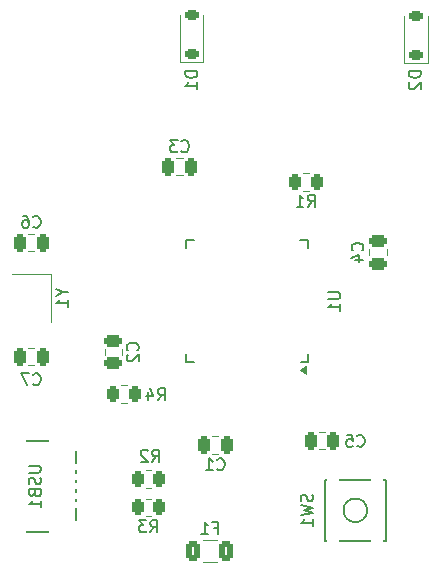
<source format=gbo>
G04 #@! TF.GenerationSoftware,KiCad,Pcbnew,8.0.2*
G04 #@! TF.CreationDate,2024-12-03T17:22:36-08:00*
G04 #@! TF.ProjectId,keypad-pcb,6b657970-6164-42d7-9063-622e6b696361,rev?*
G04 #@! TF.SameCoordinates,Original*
G04 #@! TF.FileFunction,Legend,Bot*
G04 #@! TF.FilePolarity,Positive*
%FSLAX46Y46*%
G04 Gerber Fmt 4.6, Leading zero omitted, Abs format (unit mm)*
G04 Created by KiCad (PCBNEW 8.0.2) date 2024-12-03 17:22:36*
%MOMM*%
%LPD*%
G01*
G04 APERTURE LIST*
G04 Aperture macros list*
%AMRoundRect*
0 Rectangle with rounded corners*
0 $1 Rounding radius*
0 $2 $3 $4 $5 $6 $7 $8 $9 X,Y pos of 4 corners*
0 Add a 4 corners polygon primitive as box body*
4,1,4,$2,$3,$4,$5,$6,$7,$8,$9,$2,$3,0*
0 Add four circle primitives for the rounded corners*
1,1,$1+$1,$2,$3*
1,1,$1+$1,$4,$5*
1,1,$1+$1,$6,$7*
1,1,$1+$1,$8,$9*
0 Add four rect primitives between the rounded corners*
20,1,$1+$1,$2,$3,$4,$5,0*
20,1,$1+$1,$4,$5,$6,$7,0*
20,1,$1+$1,$6,$7,$8,$9,0*
20,1,$1+$1,$8,$9,$2,$3,0*%
%AMHorizOval*
0 Thick line with rounded ends*
0 $1 width*
0 $2 $3 position (X,Y) of the first rounded end (center of the circle)*
0 $4 $5 position (X,Y) of the second rounded end (center of the circle)*
0 Add line between two ends*
20,1,$1,$2,$3,$4,$5,0*
0 Add two circle primitives to create the rounded ends*
1,1,$1,$2,$3*
1,1,$1,$4,$5*%
G04 Aperture macros list end*
%ADD10C,0.150000*%
%ADD11C,0.120000*%
%ADD12C,1.750000*%
%ADD13C,3.987800*%
%ADD14HorizOval,2.250000X0.655001X0.730000X-0.655001X-0.730000X0*%
%ADD15C,2.250000*%
%ADD16HorizOval,2.250000X0.020000X0.290000X-0.020000X-0.290000X0*%
%ADD17RoundRect,0.225000X0.375000X-0.225000X0.375000X0.225000X-0.375000X0.225000X-0.375000X-0.225000X0*%
%ADD18RoundRect,0.250000X-0.475000X0.250000X-0.475000X-0.250000X0.475000X-0.250000X0.475000X0.250000X0*%
%ADD19RoundRect,0.250000X-0.375000X-0.625000X0.375000X-0.625000X0.375000X0.625000X-0.375000X0.625000X0*%
%ADD20RoundRect,0.250000X-0.262500X-0.450000X0.262500X-0.450000X0.262500X0.450000X-0.262500X0.450000X0*%
%ADD21RoundRect,0.250000X0.250000X0.475000X-0.250000X0.475000X-0.250000X-0.475000X0.250000X-0.475000X0*%
%ADD22RoundRect,0.250000X-0.250000X-0.475000X0.250000X-0.475000X0.250000X0.475000X-0.250000X0.475000X0*%
%ADD23RoundRect,0.250000X0.262500X0.450000X-0.262500X0.450000X-0.262500X-0.450000X0.262500X-0.450000X0*%
%ADD24R,0.550000X1.500000*%
%ADD25R,1.500000X0.550000*%
%ADD26R,1.200000X1.400000*%
%ADD27R,2.250000X0.500000*%
%ADD28O,2.700000X1.700000*%
%ADD29R,1.100000X1.800000*%
%ADD30RoundRect,0.250000X0.475000X-0.250000X0.475000X0.250000X-0.475000X0.250000X-0.475000X-0.250000X0*%
G04 APERTURE END LIST*
D10*
X94180819Y-51458905D02*
X93180819Y-51458905D01*
X93180819Y-51458905D02*
X93180819Y-51697000D01*
X93180819Y-51697000D02*
X93228438Y-51839857D01*
X93228438Y-51839857D02*
X93323676Y-51935095D01*
X93323676Y-51935095D02*
X93418914Y-51982714D01*
X93418914Y-51982714D02*
X93609390Y-52030333D01*
X93609390Y-52030333D02*
X93752247Y-52030333D01*
X93752247Y-52030333D02*
X93942723Y-51982714D01*
X93942723Y-51982714D02*
X94037961Y-51935095D01*
X94037961Y-51935095D02*
X94133200Y-51839857D01*
X94133200Y-51839857D02*
X94180819Y-51697000D01*
X94180819Y-51697000D02*
X94180819Y-51458905D01*
X93276057Y-52411286D02*
X93228438Y-52458905D01*
X93228438Y-52458905D02*
X93180819Y-52554143D01*
X93180819Y-52554143D02*
X93180819Y-52792238D01*
X93180819Y-52792238D02*
X93228438Y-52887476D01*
X93228438Y-52887476D02*
X93276057Y-52935095D01*
X93276057Y-52935095D02*
X93371295Y-52982714D01*
X93371295Y-52982714D02*
X93466533Y-52982714D01*
X93466533Y-52982714D02*
X93609390Y-52935095D01*
X93609390Y-52935095D02*
X94180819Y-52363667D01*
X94180819Y-52363667D02*
X94180819Y-52982714D01*
X89230580Y-66635333D02*
X89278200Y-66587714D01*
X89278200Y-66587714D02*
X89325819Y-66444857D01*
X89325819Y-66444857D02*
X89325819Y-66349619D01*
X89325819Y-66349619D02*
X89278200Y-66206762D01*
X89278200Y-66206762D02*
X89182961Y-66111524D01*
X89182961Y-66111524D02*
X89087723Y-66063905D01*
X89087723Y-66063905D02*
X88897247Y-66016286D01*
X88897247Y-66016286D02*
X88754390Y-66016286D01*
X88754390Y-66016286D02*
X88563914Y-66063905D01*
X88563914Y-66063905D02*
X88468676Y-66111524D01*
X88468676Y-66111524D02*
X88373438Y-66206762D01*
X88373438Y-66206762D02*
X88325819Y-66349619D01*
X88325819Y-66349619D02*
X88325819Y-66444857D01*
X88325819Y-66444857D02*
X88373438Y-66587714D01*
X88373438Y-66587714D02*
X88421057Y-66635333D01*
X88659152Y-67492476D02*
X89325819Y-67492476D01*
X88278200Y-67254381D02*
X88992485Y-67016286D01*
X88992485Y-67016286D02*
X88992485Y-67635333D01*
X76660333Y-90101009D02*
X76993666Y-90101009D01*
X76993666Y-90624819D02*
X76993666Y-89624819D01*
X76993666Y-89624819D02*
X76517476Y-89624819D01*
X75612714Y-90624819D02*
X76184142Y-90624819D01*
X75898428Y-90624819D02*
X75898428Y-89624819D01*
X75898428Y-89624819D02*
X75993666Y-89767676D01*
X75993666Y-89767676D02*
X76088904Y-89862914D01*
X76088904Y-89862914D02*
X76184142Y-89910533D01*
X84621666Y-62937819D02*
X84954999Y-62461628D01*
X85193094Y-62937819D02*
X85193094Y-61937819D01*
X85193094Y-61937819D02*
X84812142Y-61937819D01*
X84812142Y-61937819D02*
X84716904Y-61985438D01*
X84716904Y-61985438D02*
X84669285Y-62033057D01*
X84669285Y-62033057D02*
X84621666Y-62128295D01*
X84621666Y-62128295D02*
X84621666Y-62271152D01*
X84621666Y-62271152D02*
X84669285Y-62366390D01*
X84669285Y-62366390D02*
X84716904Y-62414009D01*
X84716904Y-62414009D02*
X84812142Y-62461628D01*
X84812142Y-62461628D02*
X85193094Y-62461628D01*
X83669285Y-62937819D02*
X84240713Y-62937819D01*
X83954999Y-62937819D02*
X83954999Y-61937819D01*
X83954999Y-61937819D02*
X84050237Y-62080676D01*
X84050237Y-62080676D02*
X84145475Y-62175914D01*
X84145475Y-62175914D02*
X84240713Y-62223533D01*
X73926666Y-58218580D02*
X73974285Y-58266200D01*
X73974285Y-58266200D02*
X74117142Y-58313819D01*
X74117142Y-58313819D02*
X74212380Y-58313819D01*
X74212380Y-58313819D02*
X74355237Y-58266200D01*
X74355237Y-58266200D02*
X74450475Y-58170961D01*
X74450475Y-58170961D02*
X74498094Y-58075723D01*
X74498094Y-58075723D02*
X74545713Y-57885247D01*
X74545713Y-57885247D02*
X74545713Y-57742390D01*
X74545713Y-57742390D02*
X74498094Y-57551914D01*
X74498094Y-57551914D02*
X74450475Y-57456676D01*
X74450475Y-57456676D02*
X74355237Y-57361438D01*
X74355237Y-57361438D02*
X74212380Y-57313819D01*
X74212380Y-57313819D02*
X74117142Y-57313819D01*
X74117142Y-57313819D02*
X73974285Y-57361438D01*
X73974285Y-57361438D02*
X73926666Y-57409057D01*
X73593332Y-57313819D02*
X72974285Y-57313819D01*
X72974285Y-57313819D02*
X73307618Y-57694771D01*
X73307618Y-57694771D02*
X73164761Y-57694771D01*
X73164761Y-57694771D02*
X73069523Y-57742390D01*
X73069523Y-57742390D02*
X73021904Y-57790009D01*
X73021904Y-57790009D02*
X72974285Y-57885247D01*
X72974285Y-57885247D02*
X72974285Y-58123342D01*
X72974285Y-58123342D02*
X73021904Y-58218580D01*
X73021904Y-58218580D02*
X73069523Y-58266200D01*
X73069523Y-58266200D02*
X73164761Y-58313819D01*
X73164761Y-58313819D02*
X73450475Y-58313819D01*
X73450475Y-58313819D02*
X73545713Y-58266200D01*
X73545713Y-58266200D02*
X73593332Y-58218580D01*
X71286666Y-90496819D02*
X71619999Y-90020628D01*
X71858094Y-90496819D02*
X71858094Y-89496819D01*
X71858094Y-89496819D02*
X71477142Y-89496819D01*
X71477142Y-89496819D02*
X71381904Y-89544438D01*
X71381904Y-89544438D02*
X71334285Y-89592057D01*
X71334285Y-89592057D02*
X71286666Y-89687295D01*
X71286666Y-89687295D02*
X71286666Y-89830152D01*
X71286666Y-89830152D02*
X71334285Y-89925390D01*
X71334285Y-89925390D02*
X71381904Y-89973009D01*
X71381904Y-89973009D02*
X71477142Y-90020628D01*
X71477142Y-90020628D02*
X71858094Y-90020628D01*
X70953332Y-89496819D02*
X70334285Y-89496819D01*
X70334285Y-89496819D02*
X70667618Y-89877771D01*
X70667618Y-89877771D02*
X70524761Y-89877771D01*
X70524761Y-89877771D02*
X70429523Y-89925390D01*
X70429523Y-89925390D02*
X70381904Y-89973009D01*
X70381904Y-89973009D02*
X70334285Y-90068247D01*
X70334285Y-90068247D02*
X70334285Y-90306342D01*
X70334285Y-90306342D02*
X70381904Y-90401580D01*
X70381904Y-90401580D02*
X70429523Y-90449200D01*
X70429523Y-90449200D02*
X70524761Y-90496819D01*
X70524761Y-90496819D02*
X70810475Y-90496819D01*
X70810475Y-90496819D02*
X70905713Y-90449200D01*
X70905713Y-90449200D02*
X70953332Y-90401580D01*
X61380666Y-64621580D02*
X61428285Y-64669200D01*
X61428285Y-64669200D02*
X61571142Y-64716819D01*
X61571142Y-64716819D02*
X61666380Y-64716819D01*
X61666380Y-64716819D02*
X61809237Y-64669200D01*
X61809237Y-64669200D02*
X61904475Y-64573961D01*
X61904475Y-64573961D02*
X61952094Y-64478723D01*
X61952094Y-64478723D02*
X61999713Y-64288247D01*
X61999713Y-64288247D02*
X61999713Y-64145390D01*
X61999713Y-64145390D02*
X61952094Y-63954914D01*
X61952094Y-63954914D02*
X61904475Y-63859676D01*
X61904475Y-63859676D02*
X61809237Y-63764438D01*
X61809237Y-63764438D02*
X61666380Y-63716819D01*
X61666380Y-63716819D02*
X61571142Y-63716819D01*
X61571142Y-63716819D02*
X61428285Y-63764438D01*
X61428285Y-63764438D02*
X61380666Y-63812057D01*
X60523523Y-63716819D02*
X60713999Y-63716819D01*
X60713999Y-63716819D02*
X60809237Y-63764438D01*
X60809237Y-63764438D02*
X60856856Y-63812057D01*
X60856856Y-63812057D02*
X60952094Y-63954914D01*
X60952094Y-63954914D02*
X60999713Y-64145390D01*
X60999713Y-64145390D02*
X60999713Y-64526342D01*
X60999713Y-64526342D02*
X60952094Y-64621580D01*
X60952094Y-64621580D02*
X60904475Y-64669200D01*
X60904475Y-64669200D02*
X60809237Y-64716819D01*
X60809237Y-64716819D02*
X60618761Y-64716819D01*
X60618761Y-64716819D02*
X60523523Y-64669200D01*
X60523523Y-64669200D02*
X60475904Y-64621580D01*
X60475904Y-64621580D02*
X60428285Y-64526342D01*
X60428285Y-64526342D02*
X60428285Y-64288247D01*
X60428285Y-64288247D02*
X60475904Y-64193009D01*
X60475904Y-64193009D02*
X60523523Y-64145390D01*
X60523523Y-64145390D02*
X60618761Y-64097771D01*
X60618761Y-64097771D02*
X60809237Y-64097771D01*
X60809237Y-64097771D02*
X60904475Y-64145390D01*
X60904475Y-64145390D02*
X60952094Y-64193009D01*
X60952094Y-64193009D02*
X60999713Y-64288247D01*
X76959666Y-85162580D02*
X77007285Y-85210200D01*
X77007285Y-85210200D02*
X77150142Y-85257819D01*
X77150142Y-85257819D02*
X77245380Y-85257819D01*
X77245380Y-85257819D02*
X77388237Y-85210200D01*
X77388237Y-85210200D02*
X77483475Y-85114961D01*
X77483475Y-85114961D02*
X77531094Y-85019723D01*
X77531094Y-85019723D02*
X77578713Y-84829247D01*
X77578713Y-84829247D02*
X77578713Y-84686390D01*
X77578713Y-84686390D02*
X77531094Y-84495914D01*
X77531094Y-84495914D02*
X77483475Y-84400676D01*
X77483475Y-84400676D02*
X77388237Y-84305438D01*
X77388237Y-84305438D02*
X77245380Y-84257819D01*
X77245380Y-84257819D02*
X77150142Y-84257819D01*
X77150142Y-84257819D02*
X77007285Y-84305438D01*
X77007285Y-84305438D02*
X76959666Y-84353057D01*
X76007285Y-85257819D02*
X76578713Y-85257819D01*
X76292999Y-85257819D02*
X76292999Y-84257819D01*
X76292999Y-84257819D02*
X76388237Y-84400676D01*
X76388237Y-84400676D02*
X76483475Y-84495914D01*
X76483475Y-84495914D02*
X76578713Y-84543533D01*
X71921666Y-79321819D02*
X72254999Y-78845628D01*
X72493094Y-79321819D02*
X72493094Y-78321819D01*
X72493094Y-78321819D02*
X72112142Y-78321819D01*
X72112142Y-78321819D02*
X72016904Y-78369438D01*
X72016904Y-78369438D02*
X71969285Y-78417057D01*
X71969285Y-78417057D02*
X71921666Y-78512295D01*
X71921666Y-78512295D02*
X71921666Y-78655152D01*
X71921666Y-78655152D02*
X71969285Y-78750390D01*
X71969285Y-78750390D02*
X72016904Y-78798009D01*
X72016904Y-78798009D02*
X72112142Y-78845628D01*
X72112142Y-78845628D02*
X72493094Y-78845628D01*
X71064523Y-78655152D02*
X71064523Y-79321819D01*
X71302618Y-78274200D02*
X71540713Y-78988485D01*
X71540713Y-78988485D02*
X70921666Y-78988485D01*
X86364819Y-70169095D02*
X87174342Y-70169095D01*
X87174342Y-70169095D02*
X87269580Y-70216714D01*
X87269580Y-70216714D02*
X87317200Y-70264333D01*
X87317200Y-70264333D02*
X87364819Y-70359571D01*
X87364819Y-70359571D02*
X87364819Y-70550047D01*
X87364819Y-70550047D02*
X87317200Y-70645285D01*
X87317200Y-70645285D02*
X87269580Y-70692904D01*
X87269580Y-70692904D02*
X87174342Y-70740523D01*
X87174342Y-70740523D02*
X86364819Y-70740523D01*
X87364819Y-71740523D02*
X87364819Y-71169095D01*
X87364819Y-71454809D02*
X86364819Y-71454809D01*
X86364819Y-71454809D02*
X86507676Y-71359571D01*
X86507676Y-71359571D02*
X86602914Y-71264333D01*
X86602914Y-71264333D02*
X86650533Y-71169095D01*
X75257819Y-51458905D02*
X74257819Y-51458905D01*
X74257819Y-51458905D02*
X74257819Y-51697000D01*
X74257819Y-51697000D02*
X74305438Y-51839857D01*
X74305438Y-51839857D02*
X74400676Y-51935095D01*
X74400676Y-51935095D02*
X74495914Y-51982714D01*
X74495914Y-51982714D02*
X74686390Y-52030333D01*
X74686390Y-52030333D02*
X74829247Y-52030333D01*
X74829247Y-52030333D02*
X75019723Y-51982714D01*
X75019723Y-51982714D02*
X75114961Y-51935095D01*
X75114961Y-51935095D02*
X75210200Y-51839857D01*
X75210200Y-51839857D02*
X75257819Y-51697000D01*
X75257819Y-51697000D02*
X75257819Y-51458905D01*
X75257819Y-52982714D02*
X75257819Y-52411286D01*
X75257819Y-52697000D02*
X74257819Y-52697000D01*
X74257819Y-52697000D02*
X74400676Y-52601762D01*
X74400676Y-52601762D02*
X74495914Y-52506524D01*
X74495914Y-52506524D02*
X74543533Y-52411286D01*
X63859628Y-70200809D02*
X64335819Y-70200809D01*
X63335819Y-69867476D02*
X63859628Y-70200809D01*
X63859628Y-70200809D02*
X63335819Y-70534142D01*
X64335819Y-71391285D02*
X64335819Y-70819857D01*
X64335819Y-71105571D02*
X63335819Y-71105571D01*
X63335819Y-71105571D02*
X63478676Y-71010333D01*
X63478676Y-71010333D02*
X63573914Y-70915095D01*
X63573914Y-70915095D02*
X63621533Y-70819857D01*
X71437166Y-84529819D02*
X71770499Y-84053628D01*
X72008594Y-84529819D02*
X72008594Y-83529819D01*
X72008594Y-83529819D02*
X71627642Y-83529819D01*
X71627642Y-83529819D02*
X71532404Y-83577438D01*
X71532404Y-83577438D02*
X71484785Y-83625057D01*
X71484785Y-83625057D02*
X71437166Y-83720295D01*
X71437166Y-83720295D02*
X71437166Y-83863152D01*
X71437166Y-83863152D02*
X71484785Y-83958390D01*
X71484785Y-83958390D02*
X71532404Y-84006009D01*
X71532404Y-84006009D02*
X71627642Y-84053628D01*
X71627642Y-84053628D02*
X72008594Y-84053628D01*
X71056213Y-83625057D02*
X71008594Y-83577438D01*
X71008594Y-83577438D02*
X70913356Y-83529819D01*
X70913356Y-83529819D02*
X70675261Y-83529819D01*
X70675261Y-83529819D02*
X70580023Y-83577438D01*
X70580023Y-83577438D02*
X70532404Y-83625057D01*
X70532404Y-83625057D02*
X70484785Y-83720295D01*
X70484785Y-83720295D02*
X70484785Y-83815533D01*
X70484785Y-83815533D02*
X70532404Y-83958390D01*
X70532404Y-83958390D02*
X71103832Y-84529819D01*
X71103832Y-84529819D02*
X70484785Y-84529819D01*
X88812666Y-83163580D02*
X88860285Y-83211200D01*
X88860285Y-83211200D02*
X89003142Y-83258819D01*
X89003142Y-83258819D02*
X89098380Y-83258819D01*
X89098380Y-83258819D02*
X89241237Y-83211200D01*
X89241237Y-83211200D02*
X89336475Y-83115961D01*
X89336475Y-83115961D02*
X89384094Y-83020723D01*
X89384094Y-83020723D02*
X89431713Y-82830247D01*
X89431713Y-82830247D02*
X89431713Y-82687390D01*
X89431713Y-82687390D02*
X89384094Y-82496914D01*
X89384094Y-82496914D02*
X89336475Y-82401676D01*
X89336475Y-82401676D02*
X89241237Y-82306438D01*
X89241237Y-82306438D02*
X89098380Y-82258819D01*
X89098380Y-82258819D02*
X89003142Y-82258819D01*
X89003142Y-82258819D02*
X88860285Y-82306438D01*
X88860285Y-82306438D02*
X88812666Y-82354057D01*
X87907904Y-82258819D02*
X88384094Y-82258819D01*
X88384094Y-82258819D02*
X88431713Y-82735009D01*
X88431713Y-82735009D02*
X88384094Y-82687390D01*
X88384094Y-82687390D02*
X88288856Y-82639771D01*
X88288856Y-82639771D02*
X88050761Y-82639771D01*
X88050761Y-82639771D02*
X87955523Y-82687390D01*
X87955523Y-82687390D02*
X87907904Y-82735009D01*
X87907904Y-82735009D02*
X87860285Y-82830247D01*
X87860285Y-82830247D02*
X87860285Y-83068342D01*
X87860285Y-83068342D02*
X87907904Y-83163580D01*
X87907904Y-83163580D02*
X87955523Y-83211200D01*
X87955523Y-83211200D02*
X88050761Y-83258819D01*
X88050761Y-83258819D02*
X88288856Y-83258819D01*
X88288856Y-83258819D02*
X88384094Y-83211200D01*
X88384094Y-83211200D02*
X88431713Y-83163580D01*
X61007819Y-84875905D02*
X61817342Y-84875905D01*
X61817342Y-84875905D02*
X61912580Y-84923524D01*
X61912580Y-84923524D02*
X61960200Y-84971143D01*
X61960200Y-84971143D02*
X62007819Y-85066381D01*
X62007819Y-85066381D02*
X62007819Y-85256857D01*
X62007819Y-85256857D02*
X61960200Y-85352095D01*
X61960200Y-85352095D02*
X61912580Y-85399714D01*
X61912580Y-85399714D02*
X61817342Y-85447333D01*
X61817342Y-85447333D02*
X61007819Y-85447333D01*
X61960200Y-85875905D02*
X62007819Y-86018762D01*
X62007819Y-86018762D02*
X62007819Y-86256857D01*
X62007819Y-86256857D02*
X61960200Y-86352095D01*
X61960200Y-86352095D02*
X61912580Y-86399714D01*
X61912580Y-86399714D02*
X61817342Y-86447333D01*
X61817342Y-86447333D02*
X61722104Y-86447333D01*
X61722104Y-86447333D02*
X61626866Y-86399714D01*
X61626866Y-86399714D02*
X61579247Y-86352095D01*
X61579247Y-86352095D02*
X61531628Y-86256857D01*
X61531628Y-86256857D02*
X61484009Y-86066381D01*
X61484009Y-86066381D02*
X61436390Y-85971143D01*
X61436390Y-85971143D02*
X61388771Y-85923524D01*
X61388771Y-85923524D02*
X61293533Y-85875905D01*
X61293533Y-85875905D02*
X61198295Y-85875905D01*
X61198295Y-85875905D02*
X61103057Y-85923524D01*
X61103057Y-85923524D02*
X61055438Y-85971143D01*
X61055438Y-85971143D02*
X61007819Y-86066381D01*
X61007819Y-86066381D02*
X61007819Y-86304476D01*
X61007819Y-86304476D02*
X61055438Y-86447333D01*
X61484009Y-87209238D02*
X61531628Y-87352095D01*
X61531628Y-87352095D02*
X61579247Y-87399714D01*
X61579247Y-87399714D02*
X61674485Y-87447333D01*
X61674485Y-87447333D02*
X61817342Y-87447333D01*
X61817342Y-87447333D02*
X61912580Y-87399714D01*
X61912580Y-87399714D02*
X61960200Y-87352095D01*
X61960200Y-87352095D02*
X62007819Y-87256857D01*
X62007819Y-87256857D02*
X62007819Y-86875905D01*
X62007819Y-86875905D02*
X61007819Y-86875905D01*
X61007819Y-86875905D02*
X61007819Y-87209238D01*
X61007819Y-87209238D02*
X61055438Y-87304476D01*
X61055438Y-87304476D02*
X61103057Y-87352095D01*
X61103057Y-87352095D02*
X61198295Y-87399714D01*
X61198295Y-87399714D02*
X61293533Y-87399714D01*
X61293533Y-87399714D02*
X61388771Y-87352095D01*
X61388771Y-87352095D02*
X61436390Y-87304476D01*
X61436390Y-87304476D02*
X61484009Y-87209238D01*
X61484009Y-87209238D02*
X61484009Y-86875905D01*
X62007819Y-88399714D02*
X62007819Y-87828286D01*
X62007819Y-88114000D02*
X61007819Y-88114000D01*
X61007819Y-88114000D02*
X61150676Y-88018762D01*
X61150676Y-88018762D02*
X61245914Y-87923524D01*
X61245914Y-87923524D02*
X61293533Y-87828286D01*
X61380666Y-77956580D02*
X61428285Y-78004200D01*
X61428285Y-78004200D02*
X61571142Y-78051819D01*
X61571142Y-78051819D02*
X61666380Y-78051819D01*
X61666380Y-78051819D02*
X61809237Y-78004200D01*
X61809237Y-78004200D02*
X61904475Y-77908961D01*
X61904475Y-77908961D02*
X61952094Y-77813723D01*
X61952094Y-77813723D02*
X61999713Y-77623247D01*
X61999713Y-77623247D02*
X61999713Y-77480390D01*
X61999713Y-77480390D02*
X61952094Y-77289914D01*
X61952094Y-77289914D02*
X61904475Y-77194676D01*
X61904475Y-77194676D02*
X61809237Y-77099438D01*
X61809237Y-77099438D02*
X61666380Y-77051819D01*
X61666380Y-77051819D02*
X61571142Y-77051819D01*
X61571142Y-77051819D02*
X61428285Y-77099438D01*
X61428285Y-77099438D02*
X61380666Y-77147057D01*
X61047332Y-77051819D02*
X60380666Y-77051819D01*
X60380666Y-77051819D02*
X60809237Y-78051819D01*
X84989200Y-87312667D02*
X85036819Y-87455524D01*
X85036819Y-87455524D02*
X85036819Y-87693619D01*
X85036819Y-87693619D02*
X84989200Y-87788857D01*
X84989200Y-87788857D02*
X84941580Y-87836476D01*
X84941580Y-87836476D02*
X84846342Y-87884095D01*
X84846342Y-87884095D02*
X84751104Y-87884095D01*
X84751104Y-87884095D02*
X84655866Y-87836476D01*
X84655866Y-87836476D02*
X84608247Y-87788857D01*
X84608247Y-87788857D02*
X84560628Y-87693619D01*
X84560628Y-87693619D02*
X84513009Y-87503143D01*
X84513009Y-87503143D02*
X84465390Y-87407905D01*
X84465390Y-87407905D02*
X84417771Y-87360286D01*
X84417771Y-87360286D02*
X84322533Y-87312667D01*
X84322533Y-87312667D02*
X84227295Y-87312667D01*
X84227295Y-87312667D02*
X84132057Y-87360286D01*
X84132057Y-87360286D02*
X84084438Y-87407905D01*
X84084438Y-87407905D02*
X84036819Y-87503143D01*
X84036819Y-87503143D02*
X84036819Y-87741238D01*
X84036819Y-87741238D02*
X84084438Y-87884095D01*
X84036819Y-88217429D02*
X85036819Y-88455524D01*
X85036819Y-88455524D02*
X84322533Y-88646000D01*
X84322533Y-88646000D02*
X85036819Y-88836476D01*
X85036819Y-88836476D02*
X84036819Y-89074572D01*
X85036819Y-89979333D02*
X85036819Y-89407905D01*
X85036819Y-89693619D02*
X84036819Y-89693619D01*
X84036819Y-89693619D02*
X84179676Y-89598381D01*
X84179676Y-89598381D02*
X84274914Y-89503143D01*
X84274914Y-89503143D02*
X84322533Y-89407905D01*
X70196580Y-75082333D02*
X70244200Y-75034714D01*
X70244200Y-75034714D02*
X70291819Y-74891857D01*
X70291819Y-74891857D02*
X70291819Y-74796619D01*
X70291819Y-74796619D02*
X70244200Y-74653762D01*
X70244200Y-74653762D02*
X70148961Y-74558524D01*
X70148961Y-74558524D02*
X70053723Y-74510905D01*
X70053723Y-74510905D02*
X69863247Y-74463286D01*
X69863247Y-74463286D02*
X69720390Y-74463286D01*
X69720390Y-74463286D02*
X69529914Y-74510905D01*
X69529914Y-74510905D02*
X69434676Y-74558524D01*
X69434676Y-74558524D02*
X69339438Y-74653762D01*
X69339438Y-74653762D02*
X69291819Y-74796619D01*
X69291819Y-74796619D02*
X69291819Y-74891857D01*
X69291819Y-74891857D02*
X69339438Y-75034714D01*
X69339438Y-75034714D02*
X69387057Y-75082333D01*
X69387057Y-75463286D02*
X69339438Y-75510905D01*
X69339438Y-75510905D02*
X69291819Y-75606143D01*
X69291819Y-75606143D02*
X69291819Y-75844238D01*
X69291819Y-75844238D02*
X69339438Y-75939476D01*
X69339438Y-75939476D02*
X69387057Y-75987095D01*
X69387057Y-75987095D02*
X69482295Y-76034714D01*
X69482295Y-76034714D02*
X69577533Y-76034714D01*
X69577533Y-76034714D02*
X69720390Y-75987095D01*
X69720390Y-75987095D02*
X70291819Y-75415667D01*
X70291819Y-75415667D02*
X70291819Y-76034714D01*
D11*
X92756584Y-46768115D02*
X92756584Y-50778115D01*
X92756584Y-50778115D02*
X94756584Y-50778115D01*
X94756584Y-46768115D02*
X94756584Y-50778115D01*
X89816000Y-67063252D02*
X89816000Y-66540748D01*
X91286000Y-67063252D02*
X91286000Y-66540748D01*
X76929064Y-91165000D02*
X75724936Y-91165000D01*
X76929064Y-92985000D02*
X75724936Y-92985000D01*
X84682064Y-60098000D02*
X84227936Y-60098000D01*
X84682064Y-61568000D02*
X84227936Y-61568000D01*
X73498748Y-58804000D02*
X74021252Y-58804000D01*
X73498748Y-60274000D02*
X74021252Y-60274000D01*
X71347064Y-87657000D02*
X70892936Y-87657000D01*
X71347064Y-89127000D02*
X70892936Y-89127000D01*
X61472252Y-65243000D02*
X60949748Y-65243000D01*
X61472252Y-66713000D02*
X60949748Y-66713000D01*
X77054252Y-82388000D02*
X76531748Y-82388000D01*
X77054252Y-83858000D02*
X76531748Y-83858000D01*
X68818936Y-78070000D02*
X69273064Y-78070000D01*
X68818936Y-79540000D02*
X69273064Y-79540000D01*
D10*
X74285000Y-66431000D02*
X74285000Y-65756000D01*
X74285000Y-75431000D02*
X74285000Y-76106000D01*
X74960000Y-65756000D02*
X74285000Y-65756000D01*
X74960000Y-76106000D02*
X74285000Y-76106000D01*
X83960000Y-65756000D02*
X84635000Y-65756000D01*
X84020000Y-76106000D02*
X84635000Y-76106000D01*
X84635000Y-66431000D02*
X84635000Y-65756000D01*
X84635000Y-75431000D02*
X84635000Y-76106000D01*
D11*
X84470000Y-77131000D02*
X84000000Y-76791000D01*
X84470000Y-76451000D01*
X84470000Y-77131000D01*
G36*
X84470000Y-77131000D02*
G01*
X84000000Y-76791000D01*
X84470000Y-76451000D01*
X84470000Y-77131000D01*
G37*
X73776000Y-46668479D02*
X73776000Y-50678479D01*
X73776000Y-50678479D02*
X75776000Y-50678479D01*
X75776000Y-46668479D02*
X75776000Y-50678479D01*
X62861000Y-68677000D02*
X59561000Y-68677000D01*
X62861000Y-72677000D02*
X62861000Y-68677000D01*
X70892936Y-86714000D02*
X71347064Y-86714000D01*
X70892936Y-85244000D02*
X71347064Y-85244000D01*
X86071252Y-82007000D02*
X85548748Y-82007000D01*
X86071252Y-83477000D02*
X85548748Y-83477000D01*
D10*
X64971000Y-82764000D02*
X59521000Y-82764000D01*
X64971000Y-82764000D02*
X64971000Y-90464000D01*
X64971000Y-90464000D02*
X59521000Y-90464000D01*
D11*
X60949748Y-74895000D02*
X61472252Y-74895000D01*
X60949748Y-76365000D02*
X61472252Y-76365000D01*
D10*
X86046000Y-86046000D02*
X91246000Y-86046000D01*
X86046000Y-91246000D02*
X86046000Y-86046000D01*
X91246000Y-86046000D02*
X91246000Y-91246000D01*
X91246000Y-91246000D02*
X86046000Y-91246000D01*
X89646000Y-88646000D02*
G75*
G02*
X87646000Y-88646000I-1000000J0D01*
G01*
X87646000Y-88646000D02*
G75*
G02*
X89646000Y-88646000I1000000J0D01*
G01*
D11*
X67422000Y-74987748D02*
X67422000Y-75510252D01*
X68892000Y-74987748D02*
X68892000Y-75510252D01*
%LPC*%
D12*
X62237883Y-48262198D03*
D13*
X67317883Y-48262198D03*
D12*
X72397883Y-48262198D03*
D14*
X64162884Y-44992198D03*
D15*
X64817883Y-44262198D03*
D16*
X69837883Y-43472198D03*
D15*
X69857883Y-43182198D03*
D12*
X81280000Y-48260000D03*
D13*
X86360000Y-48260000D03*
D12*
X91440000Y-48260000D03*
D14*
X83205001Y-44990000D03*
D15*
X83860000Y-44260000D03*
D16*
X88880000Y-43470000D03*
D15*
X88900000Y-43180000D03*
D17*
X93756584Y-50068115D03*
X93756584Y-46768115D03*
D18*
X90551000Y-65852000D03*
X90551000Y-67752000D03*
D19*
X74927000Y-92075000D03*
X77727000Y-92075000D03*
D20*
X83542500Y-60833000D03*
X85367500Y-60833000D03*
D21*
X74710000Y-59539000D03*
X72810000Y-59539000D03*
D20*
X70207500Y-88392000D03*
X72032500Y-88392000D03*
D22*
X60261000Y-65978000D03*
X62161000Y-65978000D03*
X75843000Y-83123000D03*
X77743000Y-83123000D03*
D23*
X69958500Y-78805000D03*
X68133500Y-78805000D03*
D24*
X83460000Y-76631000D03*
X82660000Y-76631000D03*
X81860000Y-76631000D03*
X81060000Y-76631000D03*
X80260000Y-76631000D03*
X79460000Y-76631000D03*
X78660000Y-76631000D03*
X77860000Y-76631000D03*
X77060000Y-76631000D03*
X76260000Y-76631000D03*
X75460000Y-76631000D03*
D25*
X73760000Y-74931000D03*
X73760000Y-74131000D03*
X73760000Y-73331000D03*
X73760000Y-72531000D03*
X73760000Y-71731000D03*
X73760000Y-70931000D03*
X73760000Y-70131000D03*
X73760000Y-69331000D03*
X73760000Y-68531000D03*
X73760000Y-67731000D03*
X73760000Y-66931000D03*
D24*
X75460000Y-65231000D03*
X76260000Y-65231000D03*
X77060000Y-65231000D03*
X77860000Y-65231000D03*
X78660000Y-65231000D03*
X79460000Y-65231000D03*
X80260000Y-65231000D03*
X81060000Y-65231000D03*
X81860000Y-65231000D03*
X82660000Y-65231000D03*
X83460000Y-65231000D03*
D25*
X85160000Y-66931000D03*
X85160000Y-67731000D03*
X85160000Y-68531000D03*
X85160000Y-69331000D03*
X85160000Y-70131000D03*
X85160000Y-70931000D03*
X85160000Y-71731000D03*
X85160000Y-72531000D03*
X85160000Y-73331000D03*
X85160000Y-74131000D03*
X85160000Y-74931000D03*
D17*
X74776000Y-49968479D03*
X74776000Y-46668479D03*
D26*
X62061000Y-69577000D03*
X62061000Y-71777000D03*
X60361000Y-71777000D03*
X60361000Y-69577000D03*
D23*
X70207500Y-85979000D03*
X72032500Y-85979000D03*
D22*
X84860000Y-82742000D03*
X86760000Y-82742000D03*
D27*
X64021000Y-85014000D03*
X64021000Y-85814000D03*
X64021000Y-86614000D03*
X64021000Y-87414000D03*
X64021000Y-88214000D03*
D28*
X59521000Y-82964000D03*
X59521000Y-90264000D03*
X64021000Y-82964000D03*
X64021000Y-90264000D03*
D21*
X62161000Y-75630000D03*
X60261000Y-75630000D03*
D29*
X86796000Y-85546000D03*
X90496000Y-91746000D03*
X90496000Y-85546000D03*
X86796000Y-91746000D03*
D30*
X68157000Y-76199000D03*
X68157000Y-74299000D03*
%LPD*%
M02*

</source>
